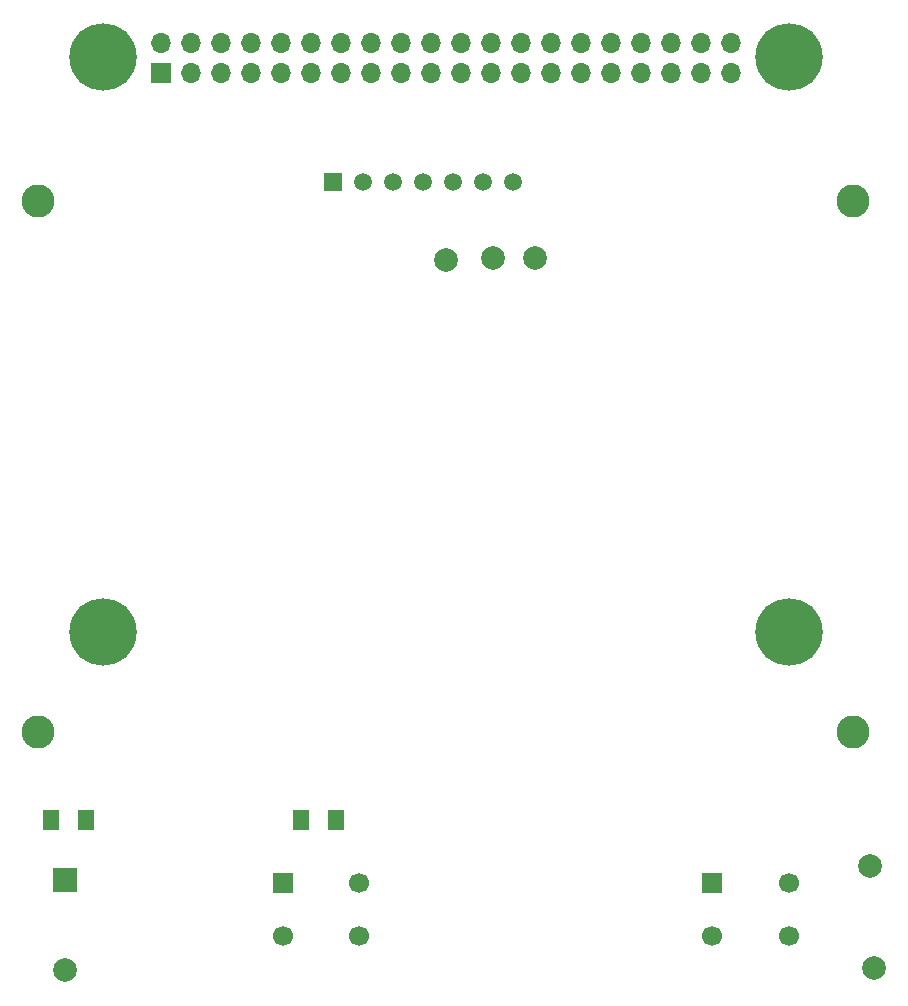
<source format=gbr>
%TF.GenerationSoftware,KiCad,Pcbnew,8.0.9-8.0.9-0~ubuntu24.04.1*%
%TF.CreationDate,2025-11-19T12:46:58-08:00*%
%TF.ProjectId,rover_monitor_r2,726f7665-725f-46d6-9f6e-69746f725f72,rev?*%
%TF.SameCoordinates,Original*%
%TF.FileFunction,Soldermask,Top*%
%TF.FilePolarity,Negative*%
%FSLAX46Y46*%
G04 Gerber Fmt 4.6, Leading zero omitted, Abs format (unit mm)*
G04 Created by KiCad (PCBNEW 8.0.9-8.0.9-0~ubuntu24.04.1) date 2025-11-19 12:46:58*
%MOMM*%
%LPD*%
G01*
G04 APERTURE LIST*
G04 Aperture macros list*
%AMRoundRect*
0 Rectangle with rounded corners*
0 $1 Rounding radius*
0 $2 $3 $4 $5 $6 $7 $8 $9 X,Y pos of 4 corners*
0 Add a 4 corners polygon primitive as box body*
4,1,4,$2,$3,$4,$5,$6,$7,$8,$9,$2,$3,0*
0 Add four circle primitives for the rounded corners*
1,1,$1+$1,$2,$3*
1,1,$1+$1,$4,$5*
1,1,$1+$1,$6,$7*
1,1,$1+$1,$8,$9*
0 Add four rect primitives between the rounded corners*
20,1,$1+$1,$2,$3,$4,$5,0*
20,1,$1+$1,$4,$5,$6,$7,0*
20,1,$1+$1,$6,$7,$8,$9,0*
20,1,$1+$1,$8,$9,$2,$3,0*%
G04 Aperture macros list end*
%ADD10C,3.600000*%
%ADD11C,5.700000*%
%ADD12R,2.000000X2.000000*%
%ADD13C,2.000000*%
%ADD14RoundRect,0.250001X0.462499X0.624999X-0.462499X0.624999X-0.462499X-0.624999X0.462499X-0.624999X0*%
%ADD15R,1.700000X1.700000*%
%ADD16C,1.700000*%
%ADD17O,1.700000X1.700000*%
%ADD18C,1.500000*%
%ADD19R,1.500000X1.500000*%
%ADD20C,2.800000*%
G04 APERTURE END LIST*
D10*
%TO.C,H1*%
X56043600Y-66623200D03*
D11*
X56043600Y-66623200D03*
%TD*%
D12*
%TO.C,BZ1*%
X52813600Y-136323200D03*
D13*
X52813600Y-143923200D03*
%TD*%
%TO.C,GND1*%
X121313600Y-143723200D03*
%TD*%
%TO.C,Input1*%
X85013600Y-83823200D03*
%TD*%
D14*
%TO.C,D2*%
X54601100Y-131223200D03*
X51626100Y-131223200D03*
%TD*%
D10*
%TO.C,H3*%
X56043600Y-115323200D03*
D11*
X56043600Y-115323200D03*
%TD*%
D13*
%TO.C,GND2*%
X120913600Y-135123200D03*
%TD*%
D15*
%TO.C,SW2*%
X107563600Y-136523200D03*
D16*
X114063600Y-136523200D03*
X107563600Y-141023200D03*
X114063600Y-141023200D03*
%TD*%
D15*
%TO.C,U1*%
X60893600Y-67923200D03*
D17*
X60893600Y-65383200D03*
X63433600Y-67923200D03*
X63433600Y-65383200D03*
X65973600Y-67923200D03*
X65973600Y-65383200D03*
X68513600Y-67923200D03*
X68513600Y-65383200D03*
X71053600Y-67923200D03*
X71053600Y-65383200D03*
X73593600Y-67923200D03*
X73593600Y-65383200D03*
X76133600Y-67923200D03*
X76133600Y-65383200D03*
X78673600Y-67923200D03*
X78673600Y-65383200D03*
X81213600Y-67923200D03*
X81213600Y-65383200D03*
X83753600Y-67923200D03*
X83753600Y-65383200D03*
X86293600Y-67923200D03*
X86293600Y-65383200D03*
X88833600Y-67923200D03*
X88833600Y-65383200D03*
X91373600Y-67923200D03*
X91373600Y-65383200D03*
X93913600Y-67923200D03*
X93913600Y-65383200D03*
X96453600Y-67923200D03*
X96453600Y-65383200D03*
X98993600Y-67923200D03*
X98993600Y-65383200D03*
X101533600Y-67923200D03*
X101533600Y-65383200D03*
X104073600Y-67923200D03*
X104073600Y-65383200D03*
X106613600Y-67923200D03*
X106613600Y-65383200D03*
X109153600Y-67923200D03*
X109153600Y-65383200D03*
%TD*%
D10*
%TO.C,H4*%
X114043600Y-115323200D03*
D11*
X114043600Y-115323200D03*
%TD*%
D13*
%TO.C,Input3*%
X92613600Y-83623200D03*
%TD*%
D10*
%TO.C,H2*%
X114043600Y-66623200D03*
D11*
X114043600Y-66623200D03*
%TD*%
D13*
%TO.C,Input2*%
X89013600Y-83623200D03*
%TD*%
D15*
%TO.C,SW1*%
X71213600Y-136523200D03*
D16*
X77713600Y-136523200D03*
X71213600Y-141023200D03*
X77713600Y-141023200D03*
%TD*%
D14*
%TO.C,D1*%
X75701100Y-131223200D03*
X72726100Y-131223200D03*
%TD*%
D18*
%TO.C,U2*%
X90693600Y-77223200D03*
X88153600Y-77223200D03*
X85613600Y-77223200D03*
X83073600Y-77223200D03*
X80533600Y-77223200D03*
X77993600Y-77223200D03*
D19*
X75453600Y-77223200D03*
D20*
X119513600Y-123763200D03*
X119513600Y-78763200D03*
X50513600Y-123763200D03*
X50513600Y-78763200D03*
%TD*%
M02*

</source>
